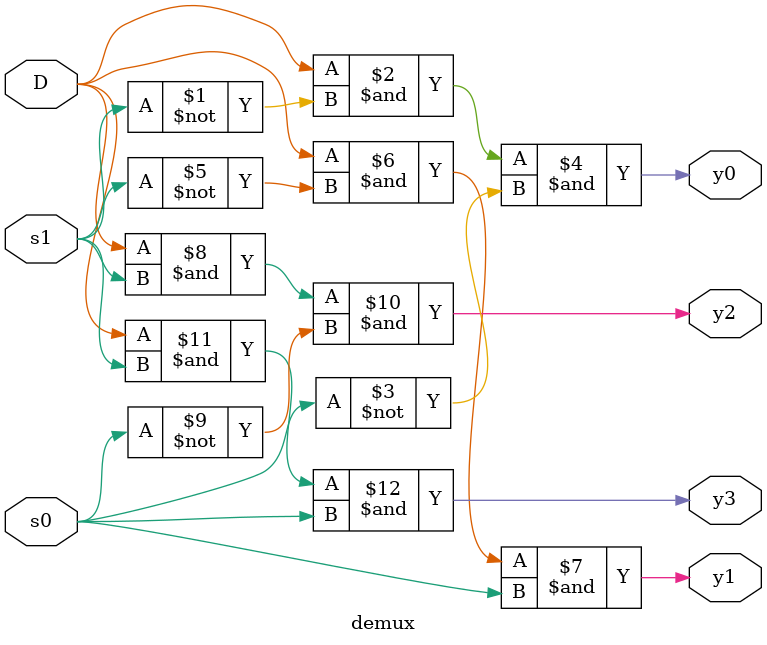
<source format=v>
module demux(
    input D,
    input s0,
    input s1,
    output y0,
    output y1,
    output y2,
    output y3
);
assign y0 = (D&~s1&~s0);
assign y1 = (D&~s1&s0);
assign y2 = (D&s1&~s0);
assign y3 = (D&s1&s0);
endmodule
</source>
